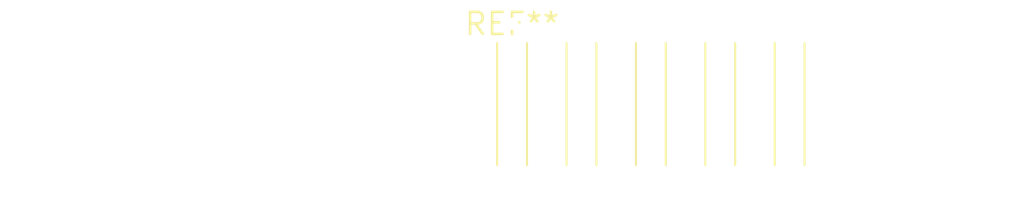
<source format=kicad_pcb>
(kicad_pcb (version 20240108) (generator pcbnew)
  (layers (0 "F.Cu" signal) (31 "B.Cu" signal) (34 "B.Paste" user) (35 "F.Paste" user) (36 "B.SilkS" user "B.Silkscreen") (37 "F.SilkS" user "F.Silkscreen") (38 "B.Mask" user) (39 "F.Mask" user) (44 "Edge.Cuts" user))
  (net 0 "")
  (footprint "SolderWire-0.15sqmm_1x05_P4mm_D0.5mm_OD1.5mm_Relief" (layer "F.Cu") (at 0 0)
    (property "Reference" "REF**")
    (property "Value" "SolderWire-0.15sqmm_1x05_P4mm_D0.5mm_OD1.5mm_Relief")
    (fp_line (start -0.86 1.11) (end -0.86 8.14) (layer "F.SilkS") (stroke (width 0.12)))
    (fp_line (start 0.86 1.11) (end 0.86 8.14) (layer "F.SilkS") (stroke (width 0.12)))
    (fp_line (start 3.14 1.11) (end 3.14 8.14) (layer "F.SilkS") (stroke (width 0.12)))
    (fp_line (start 4.86 1.11) (end 4.86 8.14) (layer "F.SilkS") (stroke (width 0.12)))
    (fp_line (start 7.14 1.11) (end 7.14 8.14) (layer "F.SilkS") (stroke (width 0.12)))
    (fp_line (start 8.86 1.11) (end 8.86 8.14) (layer "F.SilkS") (stroke (width 0.12)))
    (fp_line (start 11.14 1.11) (end 11.14 8.14) (layer "F.SilkS") (stroke (width 0.12)))
    (fp_line (start 12.86 1.11) (end 12.86 8.14) (layer "F.SilkS") (stroke (width 0.12)))
    (fp_line (start 15.14 1.11) (end 15.14 8.14) (layer "F.SilkS") (stroke (width 0.12)))
    (fp_line (start 16.86 1.11) (end 16.86 8.14) (layer "F.SilkS") (stroke (width 0.12)))
    (pad "" np_thru_hole circle (at 0 9) (size 2 2) (drill 2) (layers *.Cu *.Mask))
    (pad "" np_thru_hole circle (at 4 9) (size 2 2) (drill 2) (layers *.Cu *.Mask))
    (pad "" np_thru_hole circle (at 8 9) (size 2 2) (drill 2) (layers *.Cu *.Mask))
    (pad "" np_thru_hole circle (at 12 9) (size 2 2) (drill 2) (layers *.Cu *.Mask))
    (pad "" np_thru_hole circle (at 16 9) (size 2 2) (drill 2) (layers *.Cu *.Mask))
    (pad "1" thru_hole roundrect (at 0 0) (size 1.7 1.7) (drill 0.7) (layers *.Cu *.Mask) (remove_unused_layers) (roundrect_rratio 0.147059))
    (pad "2" thru_hole circle (at 4 0) (size 1.7 1.7) (drill 0.7) (layers *.Cu *.Mask) (remove_unused_layers))
    (pad "3" thru_hole circle (at 8 0) (size 1.7 1.7) (drill 0.7) (layers *.Cu *.Mask) (remove_unused_layers))
    (pad "4" thru_hole circle (at 12 0) (size 1.7 1.7) (drill 0.7) (layers *.Cu *.Mask) (remove_unused_layers))
    (pad "5" thru_hole circle (at 16 0) (size 1.7 1.7) (drill 0.7) (layers *.Cu *.Mask) (remove_unused_layers))
  )
)
</source>
